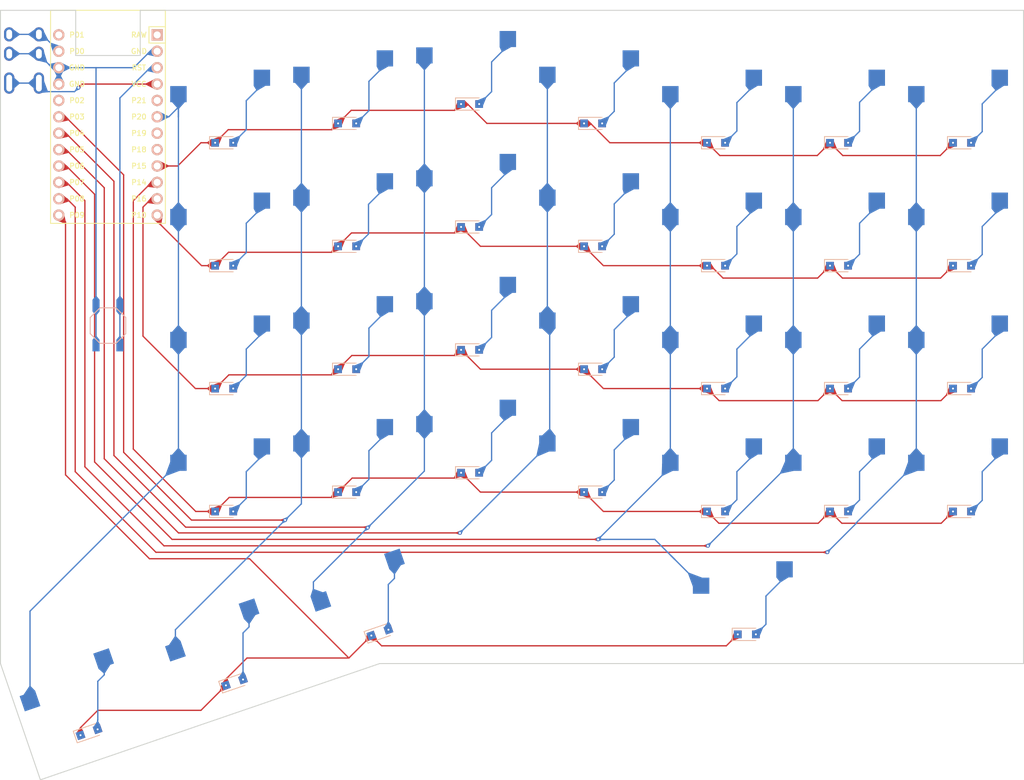
<source format=kicad_pcb>
(kicad_pcb (version 20240108) (generator "pcbnew") (generator_version "8.0")
  (title_block (title "right") (date "2025-06-02") (rev "v1.0.0") (company "Unknown"))
  (layers (0 "F.Cu" signal) (31 "B.Cu" signal) (34 "B.Paste" user) (35 "F.Paste" user) (36 "B.SilkS" user "B.Silkscreen") (37 "F.SilkS" user "F.Silkscreen") (38 "B.Mask" user) (39 "F.Mask" user) (44 "Edge.Cuts" user))
  (net 0 "")
  (net 1 "mirror_two_bottom")
  (net 2 "P14")
  (net 3 "mirror_two_home")
  (net 4 "P16")
  (net 5 "mirror_two_top")
  (net 6 "P10")
  (net 7 "mirror_two_number")
  (net 8 "P15")
  (net 9 "mirror_three_bottom")
  (net 10 "mirror_three_home")
  (net 11 "mirror_three_top")
  (net 12 "mirror_three_number")
  (net 13 "mirror_four_bottom")
  (net 14 "mirror_four_home")
  (net 15 "mirror_four_top")
  (net 16 "mirror_four_number")
  (net 17 "mirror_five_bottom")
  (net 18 "mirror_five_home")
  (net 19 "mirror_five_top")
  (net 20 "mirror_five_number")
  (net 21 "zero_meta")
  (net 22 "P9")
  (net 23 "zero_bottom")
  (net 24 "zero_home")
  (net 25 "zero_top")
  (net 26 "zero_number")
  (net 27 "dash_bottom")
  (net 28 "dash_home")
  (net 29 "dash_top")
  (net 30 "dash_number")
  (net 31 "equal_bottom")
  (net 32 "equal_home")
  (net 33 "equal_top")
  (net 34 "equal_number")
  (net 35 "mirror_three_meta")
  (net 36 "mirror_four_meta")
  (net 37 "mirror_five_meta")
  (net 38 "P5")
  (net 39 "P4")
  (net 40 "P3")
  (net 41 "P20")
  (net 42 "P6")
  (net 43 "P7")
  (net 44 "P8")
  (net 45 "RAW")
  (net 46 "GND")
  (net 47 "RST")
  (net 48 "VCC")
  (net 49 "P21")
  (net 50 "P19")
  (net 51 "P18")
  (net 52 "P1")
  (net 53 "P0")
  (net 54 "P2")
  (footprint "E73:SW_TACT_ALPS_SKQGABE010" (layer "F.Cu") (at 241.075 148.8625 90)
    (property "Reference" "B1" (hide yes))
    (property "Value" "" (hide yes))
  )
  (footprint "MX" (layer "F.Cu") (at 278.125 112.525)
    (property "Reference" "S12" (hide yes))
    (property "Value" "" (hide yes))
  )
  (footprint "Diode_SMD:Nexperia_CFP3_SOD-123W" (layer "F.Cu") (at 354.325 158.625)
    (property "Reference" "D23" (hide yes))
    (property "Value" "Nexperia_CFP3_SOD-123W" (hide yes))
  )
  (footprint "Diode_SMD:Nexperia_CFP3_SOD-123W" (layer "F.Cu") (at 335.275 120.525)
    (property "Reference" "D21" (hide yes))
    (property "Value" "Nexperia_CFP3_SOD-123W" (hide yes))
  )
  (footprint "Diode_SMD:Nexperia_CFP3_SOD-123W" (layer "F.Cu") (at 297.175 114.525)
    (property "Reference" "D8" (hide yes))
    (property "Value" "Nexperia_CFP3_SOD-123W" (hide yes))
  )
  (footprint "Diode_SMD:Nexperia_CFP3_SOD-123W" (layer "F.Cu") (at 335.275 177.675)
    (property "Reference" "D18" (hide yes))
    (property "Value" "Nexperia_CFP3_SOD-123W" (hide yes))
  )
  (footprint "MX" (layer "F.Cu") (at 278.125 131.575)
    (property "Reference" "S11" (hide yes))
    (property "Value" "" (hide yes))
  )
  (footprint "ceoloide:mounting_hole_npth" (layer "F.Cu") (at 267.925 144.1)
    (property "Reference" "MH1" (hide yes))
    (property "Value" "")
  )
  (footprint "MX" (layer "F.Cu") (at 259.075 153.625)
    (property "Reference" "S14" (hide yes))
    (property "Value" "" (hide yes))
  )
  (footprint "MX" (layer "F.Cu") (at 335.275 153.625)
    (property "Reference" "S19" (hide yes))
    (property "Value" "" (hide yes))
  )
  (footprint "Diode_SMD:Nexperia_CFP3_SOD-123W" (layer "F.Cu") (at 373.375 120.525)
    (property "Reference" "D29" (hide yes))
    (property "Value" "Nexperia_CFP3_SOD-123W" (hide yes))
  )
  (footprint "MX" (layer "F.Cu") (at 316.225 131.575)
    (property "Reference" "S3" (hide yes))
    (property "Value" "" (hide yes))
  )
  (footprint "Diode_SMD:Nexperia_CFP3_SOD-123W" (layer "F.Cu") (at 260.671361 204.177833 18.925)
    (property "Reference" "D31" (hide yes))
    (property "Value" "Nexperia_CFP3_SOD-123W" (hide yes))
  )
  (footprint "MX" (layer "F.Cu") (at 259.04971 199.448113 18.925)
    (property "Reference" "S31" (hide yes))
    (property "Value" "" (hide yes))
  )
  (footprint "Diode_SMD:Nexperia_CFP3_SOD-123W" (layer "F.Cu") (at 316.225 155.625)
    (property "Reference" "D2" (hide yes))
    (property "Value" "Nexperia_CFP3_SOD-123W" (hide yes))
  )
  (footprint "MX" (layer "F.Cu") (at 354.325 153.625)
    (property "Reference" "S23" (hide yes))
    (property "Value" "" (hide yes))
  )
  (footprint "Diode_SMD:Nexperia_CFP3_SOD-123W" (layer "F.Cu") (at 354.325 120.525)
    (property "Reference" "D25" (hide yes))
    (property "Value" "Nexperia_CFP3_SOD-123W" (hide yes))
  )
  (footprint "MX" (layer "F.Cu") (at 297.175 128.575)
    (property "Reference" "S7" (hide yes))
    (property "Value" "" (hide yes))
  )
  (footprint "Diode_SMD:Nexperia_CFP3_SOD-123W" (layer "F.Cu") (at 278.125 136.575)
    (property "Reference" "D11" (hide yes))
    (property "Value" "Nexperia_CFP3_SOD-123W" (hide yes))
  )
  (footprint "Diode_SMD:Nexperia_CFP3_SOD-123W" (layer "F.Cu") (at 259.075 139.575)
    (property "Reference" "D15" (hide yes))
    (property "Value" "Nexperia_CFP3_SOD-123W" (hide yes))
  )
  (footprint "Diode_SMD:Nexperia_CFP3_SOD-123W" (layer "F.Cu") (at 340.0375 196.725)
    (property "Reference" "D17" (hide yes))
    (property "Value" "Nexperia_CFP3_SOD-123W" (hide yes))
  )
  (footprint "Diode_SMD:Nexperia_CFP3_SOD-123W" (layer "F.Cu") (at 297.175 171.675)
    (property "Reference" "D5" (hide yes))
    (property "Value" "Nexperia_CFP3_SOD-123W" (hide yes))
  )
  (footprint "Diode_SMD:Nexperia_CFP3_SOD-123W" (layer "F.Cu") (at 278.125 117.525)
    (property "Reference" "D12" (hide yes))
    (property "Value" "Nexperia_CFP3_SOD-123W" (hide yes))
  )
  (footprint "MX" (layer "F.Cu") (at 354.325 172.675)
    (property "Reference" "S22" (hide yes))
    (property "Value" "" (hide yes))
  )
  (footprint "MX" (layer "F.Cu") (at 259.075 172.675)
    (property "Reference" "S13" (hide yes))
    (property "Value" "" (hide yes))
  )
  (footprint "Diode_SMD:Nexperia_CFP3_SOD-123W" (layer "F.Cu") (at 259.075 177.675)
    (property "Reference" "D13" (hide yes))
    (property "Value" "Nexperia_CFP3_SOD-123W" (hide yes))
  )
  (footprint "MX" (layer "F.Cu") (at 335.275 172.675)
    (property "Reference" "S18" (hide yes))
    (property "Value" "" (hide yes))
  )
  (footprint "Diode_SMD:Nexperia_CFP3_SOD-123W" (layer "F.Cu") (at 373.375 139.575)
    (property "Reference" "D28" (hide yes))
    (property "Value" "Nexperia_CFP3_SOD-123W" (hide yes))
  )
  (footprint "Diode_SMD:Nexperia_CFP3_SOD-123W" (layer "F.Cu") (at 373.375 158.625)
    (property "Reference" "D27" (hide yes))
    (property "Value" "Nexperia_CFP3_SOD-123W" (hide yes))
  )
  (footprint "Diode_SMD:Nexperia_CFP3_SOD-123W" (layer "F.Cu") (at 297.175 152.625)
    (property "Reference" "D6" (hide yes))
    (property "Value" "Nexperia_CFP3_SOD-123W" (hide yes))
  )
  (footprint "Diode_SMD:Nexperia_CFP3_SOD-123W" (layer "F.Cu") (at 316.225 117.525)
    (property "Reference" "D4" (hide yes))
    (property "Value" "Nexperia_CFP3_SOD-123W" (hide yes))
  )
  (footprint "MX" (layer "F.Cu") (at 373.375 153.625)
    (property "Reference" "S27" (hide yes))
    (property "Value" "" (hide yes))
  )
  (footprint "MX" (layer "F.Cu") (at 297.175 109.525)
    (property "Reference" "S8" (hide yes))
    (property "Value" "" (hide yes))
  )
  (footprint "Diode_SMD:Nexperia_CFP3_SOD-123W" (layer "F.Cu") (at 259.075 120.525)
    (property "Reference" "D16" (hide yes))
    (property "Value" "Nexperia_CFP3_SOD-123W" (hide yes))
  )
  (footprint "Diode_SMD:Nexperia_CFP3_SOD-123W" (layer "F.Cu") (at 354.325 139.575)
    (property "Reference" "D24" (hide yes))
    (property "Value" "Nexperia_CFP3_SOD-123W" (hide yes))
  )
  (footprint "MX" (layer "F.Cu") (at 340.0375 191.725)
    (property "Reference" "S17" (hide yes))
    (property "Value" "" (hide yes))
  )
  (footprint "MX" (layer "F.Cu") (at 373.375 115.525)
    (property "Reference" "S29" (hide yes))
    (property "Value" "" (hide yes))
  )
  (footprint "MX" (layer "F.Cu") (at 354.325 134.575)
    (property "Reference" "S24" (hide yes))
    (property "Value" "" (hide yes))
  )
  (footprint "MX" (layer "F.Cu") (at 297.175 147.625)
    (property "Reference" "S6" (hide yes))
    (property "Value" "" (hide yes))
  )
  (footprint "ProMicro" (layer "F.Cu") (at 241.075 117.775 -90)
    (property "Reference" "MCU1" (hide yes))
    (property "Value" "" (hide yes))
  )
  (footprint "MX" (layer "F.Cu") (at 316.225 169.675)
    (property "Reference" "S1" (hide yes))
    (property "Value" "" (hide yes))
  )
  (footprint "Diode_SMD:Nexperia_CFP3_SOD-123W" (layer "F.Cu") (at 316.225 136.575)
    (property "Reference" "D3" (hide yes))
    (property "Value" "Nexperia_CFP3_SOD-123W" (hide yes))
  )
  (footprint "MX" (layer "F.Cu") (at 259.075 134.575)
    (property "Reference" "S15" (hide yes))
    (property "Value" "" (hide yes))
  )
  (footprint "MX" (layer "F.Cu") (at 316.225 112.525)
    (property "Reference" "S4" (hide yes))
    (property "Value" "" (hide yes))
  )
  (footprint "ceoloide:mounting_hole_npth" (layer "F.Cu") (at 307.325 160.15)
    (property "Reference" "MH2" (hide yes))
    (property "Value" "")
  )
  (footprint "Diode_SMD:Nexperia_CFP3_SOD-123W" (layer "F.Cu") (at 283.196651 196.45472 18.925)
    (property "Reference" "D30" (hide yes))
    (property "Value" "Nexperia_CFP3_SOD-123W" (hide yes))
  )
  (footprint "Diode_SMD:Nexperia_CFP3_SOD-123W" (layer "F.Cu") (at 238.146071 211.900945 18.925)
    (property "Reference" "D32" (hide yes))
    (property "Value" "Nexperia_CFP3_SOD-123W" (hide yes))
  )
  (footprint "Diode_SMD:Nexperia_CFP3_SOD-123W" (layer "F.Cu") (at 278.125 155.625)
    (property "Reference" "D10" (hide yes))
    (property "Value" "Nexperia_CFP3_SOD-123W" (hide yes))
  )
  (footprint "MX" (layer "F.Cu") (at 278.125 150.625)
    (property "Reference" "S10" (hide yes))
    (property "Value" "" (hide yes))
  )
  (footprint "MX" (layer "F.Cu") (at 354.325 115.525)
    (property "Reference" "S25" (hide yes))
    (property "Value" "" (hide yes))
  )
  (footprint "Diode_SMD:Nexperia_CFP3_SOD-123W" (layer "F.Cu") (at 373.375 177.675)
    (property "Reference" "D26" (hide yes))
    (property "Value" "Nexperia_CFP3_SOD-123W" (hide yes))
  )
  (footprint "MX" (layer "F.Cu") (at 259.075 115.525)
    (property "Reference" "S16" (hide yes))
    (property "Value" "" (hide yes))
  )
  (footprint "MX" (layer "F.Cu") (at 316.225 150.625)
    (property "Reference" "S2" (hide yes))
    (property "Value" "" (hide yes))
  )
  (footprint "MX" (layer "F.Cu") (at 373.375 134.575)
    (property "Reference" "S28" (hide yes))
    (property "Value" "" (hide yes))
  )
  (footprint "MX" (layer "F.Cu") (at 281.575 191.725 18.925)
    (property "Reference" "S30" (hide yes))
    (property "Value" "" (hide yes))
  )
  (footprint "Diode_SMD:Nexperia_CFP3_SOD-123W" (layer "F.Cu") (at 354.325 177.675)
    (property "Reference" "D22" (hide yes))
    (property "Value" "Nexperia_CFP3_SOD-123W" (hide yes))
  )
  (footprint "Diode_SMD:Nexperia_CFP3_SOD-123W" (layer "F.Cu") (at 259.075 158.625)
    (property "Reference" "D14" (hide yes))
    (property "Value" "Nexperia_CFP3_SOD-123W" (hide yes))
  )
  (footprint "Diode_SMD:Nexperia_CFP3_SOD-123W" (layer "F.Cu") (at 335.275 158.625)
    (property "Reference" "D19" (hide yes))
    (property "Value" "Nexperia_CFP3_SOD-123W" (hide yes))
  )
  (footprint "MX" (layer "F.Cu") (at 236.52442 207.171226 18.925)
    (property "Reference" "S32" (hide yes))
    (property "Value" "" (hide yes))
  )
  (footprint "Diode_SMD:Nexperia_CFP3_SOD-123W" (layer "F.Cu") (at 297.175 133.575)
    (property "Reference" "D7" (hide yes))
    (property "Value" "Nexperia_CFP3_SOD-123W" (hide yes))
  )
  (footprint "MX" (layer "F.Cu") (at 335.275 115.525)
    (property "Reference" "S21" (hide yes))
    (property "Value" "" (hide yes))
  )
  (footprint "MX" (layer "F.Cu") (at 278.125 169.675)
    (property "Reference" "S9" (hide yes))
    (property "Value" "" (hide yes))
  )
  (footprint "Diode_SMD:Nexperia_CFP3_SOD-123W" (layer "F.Cu") (at 335.275 139.575)
    (property "Reference" "D20" (hide yes))
    (property "Value" "Nexperia_CFP3_SOD-123W" (hide yes))
  )
  (footprint "ceoloide:mounting_hole_npth" (layer "F.Cu") (at 344.775 144.1)
    (property "Reference" "MH3" (hide yes))
    (property "Value" "")
  )
  (footprint "Diode_SMD:Nexperia_CFP3_SOD-123W" (layer "F.Cu") (at 278.125 174.675)
    (property "Reference" "D9" (hide yes))
    (property "Value" "Nexperia_CFP3_SOD-123W" (hide yes))
  )
  (footprint "Diode_SMD:Nexperia_CFP3_SOD-123W" (layer "F.Cu") (at 316.225 174.675)
    (property "Reference" "D1" (hide yes))
    (property "Value" "Nexperia_CFP3_SOD-123W" (hide yes))
  )
  (footprint "MX" (layer "F.Cu") (at 335.275 134.575)
    (property "Reference" "S20" (hide yes))
    (property "Value" "" (hide yes))
  )
  (footprint "MX" (layer "F.Cu") (at 297.175 166.675)
    (property "Reference" "S5" (hide yes))
    (property "Value" "" (hide yes))
  )
  (footprint "MX" (layer "F.Cu") (at 373.375 172.675)
    (property "Reference" "S26" (hide yes))
    (property "Value" "" (hide yes))
  )
  (footprint "ceoloide:trrs_pj320a (reversible, symmetric)" (layer "B.Cu") (at 228.075 100.525)
    (property "Reference" "TRRS1" (hide yes))
    (property "Value" "")
  )
  (gr_line (start 224.425059 201.250355) (end 230.603549 219.270587) (stroke (width 0.15)) (layer "Edge.Cuts"))
  (gr_line (start 224.425 100) (end 236.075 100) (stroke (width 0.15)) (layer "Edge.Cuts"))
  (gr_line (start 246.075 100) (end 382.9 100) (stroke (width 0.15)) (layer "Edge.Cuts"))
  (gr_line (start 230.603549 219.270587) (end 248.623781 213.092097) (stroke (width 0.15)) (layer "Edge.Cuts"))
  (gr_line (start 224.426094 201.25) (end 224.425 201.25) (stroke (width 0.15)) (layer "Edge.Cuts"))
  (gr_line (start 236.075 100) (end 236.075 107) (stroke (width 0.15)) (layer "Edge.Cuts"))
  (gr_line (start 224.425059 201.250355) (end 224.426094 201.25) (stroke (width 0.15)) (layer "Edge.Cuts"))
  (gr_line (start 246.075 107) (end 246.075 100) (stroke (width 0.15)) (layer "Edge.Cuts"))
  (gr_line (start 224.425 201.25) (end 224.425 100) (stroke (width 0.15)) (layer "Edge.Cuts"))
  (gr_line (start 248.623781 213.092096) (end 283.162531 201.25) (stroke (width 0.15)) (layer "Edge.Cuts"))
  (gr_line (start 283.162531 201.25) (end 382.9 201.25) (stroke (width 0.15)) (layer "Edge.Cuts"))
  (gr_line (start 236.075 107) (end 246.075 107) (stroke (width 0.15)) (layer "Edge.Cuts"))
  (gr_line (start 382.9 201.25) (end 382.9 100) (stroke (width 0.15)) (layer "Edge.Cuts"))
  (segment (start 322.067 165.558) (end 319.5 168.125) (width 0.2) (layer "B.Cu") (net 1))
  (segment (start 319.5 172.8) (end 317.625 174.675) (width 0.2) (layer "B.Cu") (net 1))
  (segment (start 319.5 168.125) (end 319.5 172.8) (width 0.2) (layer "B.Cu") (net 1))
  (segment (start 317.825 177.675) (end 333.875 177.675) (width 0.2) (layer "F.Cu") (net 2))
  (segment (start 245 129.5) (end 247.835 126.665) (width 0.2) (layer "F.Cu") (net 2))
  (segment (start 370.15 179.5) (end 371.975 177.675) (width 0.2) (layer "F.Cu") (net 2))
  (segment (start 276.725 174.675) (end 278.9 172.5) (width 0.2) (layer "F.Cu") (net 2))
  (segment (start 247.835 126.665) (end 248.695 126.665) (width 0.2) (layer "F.Cu") (net 2))
  (segment (start 298.775 174.675) (end 314.825 174.675) (width 0.2) (layer "F.Cu") (net 2))
  (segment (start 352.925 177.675) (end 354.75 179.5) (width 0.2) (layer "F.Cu") (net 2))
  (segment (start 351.1 179.5) (end 352.925 177.675) (width 0.2) (layer "F.Cu") (net 2))
  (segment (start 259.85 175.5) (end 275.9 175.5) (width 0.2) (layer "F.Cu") (net 2))
  (segment (start 257.675 177.675) (end 259.85 175.5) (width 0.2) (layer "F.Cu") (net 2))
  (segment (start 294.95 172.5) (end 295.775 171.675) (width 0.2) (layer "F.Cu") (net 2))
  (segment (start 278.9 172.5) (end 294.95 172.5) (width 0.2) (layer "F.Cu") (net 2))
  (segment (start 295.775 171.675) (end 298.775 174.675) (width 0.2) (layer "F.Cu") (net 2))
  (segment (start 245 168) (end 245 129.5) (width 0.2) (layer "F.Cu") (net 2))
  (segment (start 275.9 175.5) (end 276.725 174.675) (width 0.2) (layer "F.Cu") (net 2))
  (segment (start 257.675 177.675) (end 254.675 177.675) (width 0.2) (layer "F.Cu") (net 2))
  (segment (start 335.7 179.5) (end 351.1 179.5) (width 0.2) (layer "F.Cu") (net 2))
  (segment (start 314.825 174.675) (end 317.825 177.675) (width 0.2) (layer "F.Cu") (net 2))
  (segment (start 254.675 177.675) (end 245 168) (width 0.2) (layer "F.Cu") (net 2))
  (segment (start 354.75 179.5) (end 370.15 179.5) (width 0.2) (layer "F.Cu") (net 2))
  (segment (start 333.875 177.675) (end 335.7 179.5) (width 0.2) (layer "F.Cu") (net 2))
  (segment (start 322.067 145.545) (end 322.067 146.933) (width 0.2) (layer "B.Cu") (net 3))
  (segment (start 319.5 153.75) (end 317.625 155.625) (width 0.2) (layer "B.Cu") (net 3))
  (segment (start 319.5 149.5) (end 319.5 153.75) (width 0.2) (layer "B.Cu") (net 3))
  (segment (start 322.067 146.933) (end 319.5 149.5) (width 0.2) (layer "B.Cu") (net 3))
  (segment (start 278.85 153.5) (end 276.725 155.625) (width 0.2) (layer "F.Cu") (net 4))
  (segment (start 254.625 158.625) (end 246.5 150.5) (width 0.2) (layer "F.Cu") (net 4))
  (segment (start 246.5 150.5) (end 246.5 130.5) (width 0.2) (layer "F.Cu") (net 4))
  (segment (start 354.8 160.5) (end 352.925 158.625) (width 0.2) (layer "F.Cu") (net 4))
  (segment (start 352.925 158.625) (end 351.05 160.5) (width 0.2) (layer "F.Cu") (net 4))
  (segment (start 333.875 158.625) (end 317.825 158.625) (width 0.2) (layer "F.Cu") (net 4))
  (segment (start 276.725 155.625) (end 275.85 156.5) (width 0.2) (layer "F.Cu") (net 4))
  (segment (start 317.825 158.625) (end 314.825 155.625) (width 0.2) (layer "F.Cu") (net 4))
  (segment (start 275.85 156.5) (end 259.8 156.5) (width 0.2) (layer "F.Cu") (net 4))
  (segment (start 370.1 160.5) (end 354.8 160.5) (width 0.2) (layer "F.Cu") (net 4))
  (segment (start 335.75 160.5) (end 333.875 158.625) (width 0.2) (layer "F.Cu") (net 4))
  (segment (start 247.795 129.205) (end 248.695 129.205) (width 0.2) (layer "F.Cu") (net 4))
  (segment (start 257.675 158.625) (end 254.625 158.625) (width 0.2) (layer "F.Cu") (net 4))
  (segment (start 294.9 153.5) (end 278.85 153.5) (width 0.2) (layer "F.Cu") (net 4))
  (segment (start 314.825 155.625) (end 298.775 155.625) (width 0.2) (layer "F.Cu") (net 4))
  (segment (start 259.8 156.5) (end 257.675 158.625) (width 0.2) (layer "F.Cu") (net 4))
  (segment (start 351.05 160.5) (end 335.75 160.5) (width 0.2) (layer "F.Cu") (net 4))
  (segment (start 295.775 152.625) (end 294.9 153.5) (width 0.2) (layer "F.Cu") (net 4))
  (segment (start 246.5 130.5) (end 247.795 129.205) (width 0.2) (layer "F.Cu") (net 4))
  (segment (start 371.975 158.625) (end 370.1 160.5) (width 0.2) (layer "F.Cu") (net 4))
  (segment (start 298.775 155.625) (end 295.775 152.625) (width 0.2) (layer "F.Cu") (net 4))
  (segment (start 319.5 130) (end 319.5 134.7) (width 0.2) (layer "B.Cu") (net 5))
  (segment (start 319.5 134.7) (end 317.625 136.575) (width 0.2) (layer "B.Cu") (net 5))
  (segment (start 322.067 127.433) (end 319.5 130) (width 0.2) (layer "B.Cu") (net 5))
  (segment (start 298.775 136.575) (end 314.825 136.575) (width 0.2) (layer "F.Cu") (net 6))
  (segment (start 370.05 141.5) (end 371.975 139.575) (width 0.2) (layer "F.Cu") (net 6))
  (segment (start 275.8 137.5) (end 276.725 136.575) (width 0.2) (layer "F.Cu") (net 6))
  (segment (start 248.695 132.695) (end 248.695 131.745) (width 0.2) (layer "F.Cu") (net 6))
  (segment (start 314.825 136.575) (end 317.825 139.575) (width 0.2) (layer "F.Cu") (net 6))
  (segment (start 354.85 141.5) (end 370.05 141.5) (width 0.2) (layer "F.Cu") (net 6))
  (segment (start 334.425 139.575) (end 336.35 141.5) (width 0.2) (layer "F.Cu") (net 6))
  (segment (start 294.85 134.5) (end 295.775 133.575) (width 0.2) (layer "F.Cu") (net 6))
  (segment (start 255.575 139.575) (end 248.695 132.695) (width 0.2) (layer "F.Cu") (net 6))
  (segment (start 276.725 136.575) (end 278.8 134.5) (width 0.2) (layer "F.Cu") (net 6))
  (segment (start 278.8 134.5) (end 294.85 134.5) (width 0.2) (layer "F.Cu") (net 6))
  (segment (start 259.75 137.5) (end 275.8 137.5) (width 0.2) (layer "F.Cu") (net 6))
  (segment (start 351 141.5) (end 352.925 139.575) (width 0.2) (layer "F.Cu") (net 6))
  (segment (start 257.675 139.575) (end 259.75 137.5) (width 0.2) (layer "F.Cu") (net 6))
  (segment (start 336.35 141.5) (end 351 141.5) (width 0.2) (layer "F.Cu") (net 6))
  (segment (start 295.775 133.575) (end 298.775 136.575) (width 0.2) (layer "F.Cu") (net 6))
  (segment (start 257.675 139.575) (end 255.575 139.575) (width 0.2) (layer "F.Cu") (net 6))
  (segment (start 317.825 139.575) (end 333.875 139.575) (width 0.2) (layer "F.Cu") (net 6))
  (segment (start 333.875 139.575) (end 334.425 139.575) (width 0.2) (layer "F.Cu") (net 6))
  (segment (start 352.925 139.575) (end 354.85 141.5) (width 0.2) (layer "F.Cu") (net 6))
  (segment (start 317.625 117.525) (end 319.5 115.65) (width 0.2) (layer "B.Cu") (net 7))
  (segment (start 322.067 108.683) (end 322.067 107.445) (width 0.2) (layer "B.Cu") (net 7))
  (segment (start 319.5 115.65) (end 319.5 111.25) (width 0.2) (layer "B.Cu") (net 7))
  (segment (start 319.5 111.25) (end 322.067 108.683) (width 0.2) (layer "B.Cu") (net 7))
  (segment (start 255.475 120.525) (end 251.875 124.125) (width 0.2) (layer "F.Cu") (net 8))
  (segment (start 259.7 118.5) (end 257.675 120.525) (width 0.2) (layer "F.Cu") (net 8))
  (segment (start 354.9 122.5) (end 352.925 120.525) (width 0.2) (layer "F.Cu") (net 8))
  (segment (start 333.875 120.525) (end 318.825 120.525) (width 0.2) (layer "F.Cu") (net 8))
  (segment (start 257.675 120.525) (end 255.475 120.525) (width 0.2) (layer "F.Cu") (net 8))
  (segment (start 350.95 122.5) (end 335.85 122.5) (width 0.2) (layer "F.Cu") (net 8))
  (segment (start 318.825 120.525) (end 315.825 117.525) (width 0.2) (layer "F.Cu") (net 8))
  (segment (start 299.775 117.525) (end 296.775 114.525) (width 0.2) (layer "F.Cu") (net 8))
  (segment (start 278.75 115.5) (end 276.725 117.525) (width 0.2) (layer "F.Cu") (net 8))
  (segment (start 370 122.5) (end 354.9 122.5) (width 0.2) (layer "F.Cu") (net 8))
  (segment (start 294.8 115.5) (end 278.75 115.5) (width 0.2) (layer "F.Cu") (net 8))
  (segment (start 315.825 117.525) (end 314.825 117.525) (width 0.2) (layer "F.Cu") (net 8))
  (segment (start 335.85 122.5) (end 333.875 120.525) (width 0.2) (layer "F.Cu") (net 8))
  (segment (start 352.925 120.525) (end 350.95 122.5) (width 0.2) (layer "F.Cu") (net 8))
  (segment (start 251.875 124.125) (end 248.695 124.125) (width 0.2) (layer "F.Cu") (net 8))
  (segment (start 296.775 114.525) (end 295.775 114.525) (width 0.2) (layer "F.Cu") (net 8))
  (segment (start 371.975 120.525) (end 370 122.5) (width 0.2) (layer "F.Cu") (net 8))
  (segment (start 276.3811 117.8689) (end 275.75 118.5) (width 0.2) (layer "F.Cu") (net 8))
  (segment (start 295.775 114.525) (end 294.8 115.5) (width 0.2) (layer "F.Cu") (net 8))
  (segment (start 275.75 118.5) (end 259.7 118.5) (width 0.2) (layer "F.Cu") (net 8))
  (segment (start 314.825 117.525) (end 299.775 117.525) (width 0.2) (layer "F.Cu") (net 8))
  (segment (start 300.5 169.75) (end 300.5 165.5) (width 0.2) (layer "B.Cu") (net 9))
  (segment (start 303.017 162.983) (end 303.017 161.595) (width 0.2) (layer "B.Cu") (net 9))
  (segment (start 298.575 171.675) (end 300.5 169.75) (width 0.2) (layer "B.Cu") (net 9))
  (segment (start 300.5 165.5) (end 303.017 162.983) (width 0.2) (layer "B.Cu") (net 9))
  (segment (start 298.575 152.625) (end 300.5 150.7) (width 0.2) (layer "B.Cu") (net 10))
  (segment (start 300.5 146.5) (end 303.017 143.983) (width 0.2) (layer "B.Cu") (net 10))
  (segment (start 300.5 150.7) (end 300.5 146.5) (width 0.2) (layer "B.Cu") (net 10))
  (segment (start 303.017 143.983) (end 303.017 142.545) (width 0.2) (layer "B.Cu") (net 10))
  (segment (start 303.017 124.983) (end 303.017 123.495) (width 0.2) (layer "B.Cu") (net 11))
  (segment (start 300.5 127.5) (end 303.017 124.983) (width 0.2) (layer "B.Cu") (net 11))
  (segment (start 298.575 133.575) (end 300.5 131.65) (width 0.2) (layer "B.Cu") (net 11))
  (segment (start 300.5 131.65) (end 300.5 127.5) (width 0.2) (layer "B.Cu") (net 11))
  (segment (start 300.5 112.6) (end 300.5 108) (width 0.2) (layer "B.Cu") (net 12))
  (segment (start 300.5 108) (end 303.017 105.483) (width 0.2) (layer "B.Cu") (net 12))
  (segment (start 298.575 114.525) (end 300.5 112.6) (width 0.2) (layer "B.Cu") (net 12))
  (segment (start 283.967 165.783) (end 283.967 164.595) (width 0.2) (layer "B.Cu") (net 13))
  (segment (start 281.5 172.7) (end 281.5 168.25) (width 0.2) (layer "B.Cu") (net 13))
  (segment (start 281.5 168.25) (end 283.967 165.783) (width 0.2) (layer "B.Cu") (net 13))
  (segment (start 279.525 174.675) (end 281.5 172.7) (width 0.2) (layer "B.Cu") (net 13))
  (segment (start 281.5 149.25) (end 283.967 146.783) (width 0.2) (layer "B.Cu") (net 14))
  (segment (start 283.967 146.783) (end 283.967 145.545) (width 0.2) (layer "B.Cu") (net 14))
  (segment (start 279.525 155.625) (end 281.5 153.65) (width 0.2) (layer "B.Cu") (net 14))
  (segment (start 281.5 153.65) (end 281.5 149.25) (width 0.2) (layer "B.Cu") (net 14))
  (segment (start 281.431295 134.668705) (end 281.431295 130.068705) (width 0.2) (layer "B.Cu") (net 15))
  (segment (start 279.525 136.575) (end 281.431295 134.668705) (width 0.2) (layer "B.Cu") (net 15))
  (segment (start 281.431295 130.068705) (end 283.967 127.533) (width 0.2) (layer "B.Cu") (net 15))
  (segment (start 279.525 117.525) (end 281.5 115.55) (width 0.2) (layer "B.Cu") (net 16))
  (segment (start 281.5 115.55) (end 281.5 111) (width 0.2) (layer "B.Cu") (net 16))
  (segment (start 281.5 111) (end 283.967 108.533) (width 0.2) (layer "B.Cu") (net 16))
  (segment (start 262.5 175.65) (end 262.5 171.5) (width 0.2) (layer "B.Cu") (net 17))
  (segment (start 260.475 177.675) (end 262.5 175.65) (width 0.2) (layer "B.Cu") (net 17))
  (segment (start 264.917 169.083) (end 264.917 167.595) (width 0.2) (layer "B.Cu") (net 17))
  (segment (start 262.5 171.5) (end 264.917 169.083) (width 0.2) (layer "B.Cu") (net 17))
  (segment (start 260.475 158.625) (end 262.5 156.6) (width 0.2) (layer "B.Cu") (net 18))
  (segment (start 262.5 156.6) (end 262.5 152.5) (width 0.2) (layer "B.Cu") (net 18))
  (segment (start 262.5 152.5) (end 264.917 150.083) (width 0.2) (layer "B.Cu") (net 18))
  (segment (start 264.917 150.083) (end 264.917 148.545) (width 0.2) (layer "B.Cu") (net 18))
  (segment (start 262.5 137.55) (end 262.5 133) (width 0.2) (layer "B.Cu") (net 19))
  (segment (start 260.475 139.575) (end 262.5 137.55) (width 0.2) (layer "B.Cu") (net 19))
  (segment (start 262.5 133) (end 264.917 130.583) (width 0.2) (layer "B.Cu") (net 19))
  (segment (start 262.5 114) (end 264.917 111.583) (width 0.2) (layer "B.Cu") (net 20))
  (segment (start 262.5 118.5) (end 262.5 114) (width 0.2) (layer "B.Cu") (net 20))
  (segment (start 260.475 120.525) (end 262.5 118.5) (width 0.2) (layer "B.Cu") (net 20))
  (segment (start 345.8795 187.906543) (end 345.8795 186.645) (width 0.2) (layer "B.Cu") (net 21))
  (segment (start 341.4375 196.725) (end 343 195.1625) (width 0.2) (layer "B.Cu") (net 21))
  (segment (start 343 195.1625) (end 343 190.786043) (width 0.2) (layer "B.Cu") (net 21))
  (segment (start 343 190.786043) (end 345.8795 187.906543) (width 0.2) (layer "B.Cu") (net 21))
  (segment (start 263 185) (end 247.5 185) (width 0.2) (layer "F.Cu") (net 22))
  (segment (start 234.5 132.79) (end 233.455 131.745) (width 0.2) (layer "F.Cu") (net 22))
  (segment (start 236.821749 212.355007) (end 236.821749 211.178251) (width 0.2) (layer "F.Cu") (net 22))
  (segment (start 278.390555 200.390555) (end 263 185) (width 0.2) (layer "F.Cu") (net 22))
  (segment (start 281.872329 196.908782) (end 278.390555 200.390555) (width 0.2) (layer "F.Cu") (net 22))
  (segment (start 236.821749 211.178251) (end 239.5 208.5) (width 0.2) (layer "F.Cu") (net 22))
  (segment (start 239.5 208.5) (end 255.478934 208.5) (width 0.2) (layer "F.Cu") (net 22))
  (segment (start 278.390555 200.390555) (end 262.609445 200.390555) (width 0.2) (layer "F.Cu") (net 22))
  (segment (start 247.5 185) (end 234.5 172) (width 0.2) (layer "F.Cu") (net 22))
  (segment (start 255.478934 208.5) (end 259.347039 204.631895) (width 0.2) (layer "F.Cu") (net 22))
  (segment (start 336.8625 198.5) (end 338.6375 196.725) (width 0.2) (layer "F.Cu") (net 22))
  (segment (start 234.5 172) (end 234.5 132.79) (width 0.2) (layer "F.Cu") (net 22))
  (segment (start 259.347039 203.652961) (end 259.347039 204.631895) (width 0.2) (layer "F.Cu") (net 22))
  (segment (start 283.463547 198.5) (end 336.8625 198.5) (width 0.2) (layer "F.Cu") (net 22))
  (segment (start 262.609445 200.390555) (end 259.347039 203.652961) (width 0.2) (layer "F.Cu") (net 22))
  (segment (start 281.872329 196.908782) (end 283.463547 198.5) (width 0.2) (layer "F.Cu") (net 22))
  (segment (start 341.117 168.883) (end 341.117 167.595) (width 0.2) (layer "B.Cu") (net 23))
  (segment (start 336.675 177.675) (end 338.5 175.85) (width 0.2) (layer "B.Cu") (net 23))
  (segment (start 338.5 171.5) (end 341.117 168.883) (width 0.2) (layer "B.Cu") (net 23))
  (segment (start 338.5 175.85) (end 338.5 171.5) (width 0.2) (layer "B.Cu") (net 23))
  (segment (start 338.5 156.8) (end 338.5 152.5) (width 0.2) (layer "B.Cu") (net 24))
  (segment (start 336.675 158.625) (end 338.5 156.8) (width 0.2) (layer "B.Cu") (net 24))
  (segment (start 338.5 152.5) (end 341.117 149.883) (width 0.2) (layer "B.Cu") (net 24))
  (segment (start 341.117 149.883) (end 341.117 148.545) (width 0.2) (layer "B.Cu") (net 24))
  (segment (start 338.5 133.5) (end 341.117 130.883) (width 0.2) (layer "B.Cu") (net 25))
  (segment (start 341.117 130.883) (end 341.117 129.495) (width 0.2) (layer "B.Cu") (net 25))
  (segment (start 338.5 137.75) (end 338.5 133.5) (width 0.2) (layer "B.Cu") (net 25))
  (segment (start 336.675 139.575) (end 338.5 137.75) (width 0.2) (layer "B.Cu") (net 25))
  (segment (start 338.5 114.295418) (end 341.117 111.678418) (width 0.2) (layer "B.Cu") (net 26))
  (segment (start 341.117 111.678418) (end 341.117 110.445) (width 0.2) (layer "B.Cu") (net 26))
  (segment (start 336.675 120.525) (end 338.5 118.7) (width 0.2) (layer "B.Cu") (net 26))
  (segment (start 338.5 118.7) (end 338.5 114.295418) (width 0.2) (layer "B.Cu") (net 26))
  (segment (start 355.725 177.675) (end 357.5 175.9) (width 0.2) (layer "B.Cu") (net 27))
  (segment (start 357.5 175.9) (end 357.5 171.5) (width 0.2) (layer "B.Cu") (net 27))
  (segment (start 360.167 168.833) (end 360.167 168.333) (width 0.2) (layer "B.Cu") (net 27))
  (segment (start 357.5 171.5) (end 360.167 168.833) (width 0.2) (layer "B.Cu") (net 27))
  (segment (start 360.167 149.333) (end 360.167 149.833) (width 0.2) (layer "B.Cu") (net 28))
  (segment (start 357.5 152.5) (end 357.5 156.85) (width 0.2) (layer "B.Cu") (net 28))
  (segment (start 360.167 149.833) (end 357.5 152.5) (width 0.2) (layer "B.Cu") (net 28))
  (segment (start 357.5 156.85) (end 355.725 158.625) (width 0.2) (layer "B.Cu") (net 28))
  (segment (start 357.5 133) (end 360.167 130.333) (width 0.2) (layer "B.Cu") (net 29))
  (segment (start 357.5 137.8) (end 357.5 133) (width 0.2) (layer "B.Cu") (net 29))
  (segment (start 355.725 139.575) (end 357.5 137.8) (width 0.2) (layer "B.Cu") (net 29))
  (segment (start 360.167 111.583) (end 357.5 114.25) (width 0.2) (layer "B.Cu") (net 30))
  (segment (start 357.5 114.25) (end 357.5 118.75) (width 0.2) (layer "B.Cu") (net 30))
  (segment (start 357.5 118.75) (end 355.725 120.525) (width 0.2) (layer "B.Cu") (net 30))
  (segment (start 376.5 171.5) (end 379.217 168.783) (width 0.2) (layer "B.Cu") (net 31))
  (segment (start 376.5 175.95) (end 376.5 171.5) (width 0.2) (layer "B.Cu") (net 31))
  (segment (start 379.217 168.783) (end 379.217 167.595) (width 0.2) (layer "B.Cu") (net 31))
  (segment (start 374.775 177.675) (end 376.5 175.95) (width 0.2) (layer "B.Cu") (net 31))
  (segment (start 374.775 158.625) (end 376.5 156.9) (width 0.2) (layer "B.Cu") (net 32))
  (segment (start 379.217 149.783) (end 379.217 148.545) (width 0.2) (layer "B.Cu") (net 32))
  (segment (start 376.5 156.9) (end 376.5 152.5) (width 0.2) (layer "B.Cu") (net 32))
  (segment (start 376.5 152.5) (end 379.217 149.783) (width 0.2) (layer "B.Cu") (net 32))
  (segment (start 374.775 139.575) (end 376.5 137.85) (width 0.2) (layer "B.Cu") (net 33))
  (segment (start 376.5 133.5) (end 379.217 130.783) (width 0.2) (layer "B.Cu") (net 33))
  (segment (start 376.5 137.85) (end 376.5 133.5) (width 0.2) (layer "B.Cu") (net 33))
  (segment (start 379.217 130.783) (end 379.217 129.495) (width 0.2) (layer "B.Cu") (net 33))
  (segment (start 379.217 111.783) (end 379.217 110.445) (width 0.2) (layer "B.Cu") (net 34))
  (segment (start 376.5 118.8) (end 376.5 114.5) (width 0.2) (layer "B.Cu") (net 34))
  (segment (start 374.775 120.525) (end 376.5 118.8) (width 0.2) (layer "B.Cu") (net 34))
  (segment (start 376.5 114.5) (end 379.217 111.783) (width 0.2) (layer "B.Cu") (net 34))
  (segment (start 285.453607 188.046393) (end 285.453607 185.024868) (width 0.2) (layer "B.Cu") (net 35))
  (segment (start 284.5 195.979685) (end 284.5 189) (width 0.2) (layer "B.Cu") (net 35))
  (segment (start 284.5 189) (end 285.453607 188.046393) (width 0.2) (layer "B.Cu") (net 35))
  (segment (start 262.928317 195.571683) (end 262.928317 192.747981) (width 0.2) (layer "B.Cu") (net 36))
  (segment (start 261.995683 203.723771) (end 261.995683 196.504317) (width 0.2) (layer "B.Cu") (net 36))
  (segment (start 261.995683 196.504317) (end 262.928317 195.571683) (width 0.2) (layer "B.Cu") (net 36))
  (segment (start 239.5 204) (end 240.5 203) (width 0.2) (layer "B.Cu") (net 37))
  (segment (start 239.5 210) (end 239.5 204) (width 0.2) (layer "B.Cu") (net 37))
  (segment (start 239.470393 211.446883) (end 239.470393 210.029607) (width 0.2) (layer "B.Cu") (net 37))
  (segment (start 240.5 203) (end 240.5 200.568067) (width 0.2) (layer "B.Cu") (net 37))
  (segment (start 239.470393 210.029607) (end 239.5 210) (width 0.2) (layer "B.Cu") (net 37))
  (segment (start 295.6 181) (end 252 181) (width 0.2) (layer "F.Cu") (net 38))
  (segment (start 252 181) (end 240.5 169.5) (width 0.2) (layer "F.Cu") (net 38))
  (segment (start 234.585 121.585) (end 233.455 121.585) (width 0.2) (layer "F.Cu") (net 38))
  (segment (start 240.5 169.5) (end 240.5 127.5) (width 0.2) (layer "F.Cu") (net 38))
  (segment (start 240.5 127.5) (end 234.585 121.585) (width 0.2) (layer "F.Cu") (net 38))
  (via (at 295.6 181) (size 0.6) (drill 0.3) (layers "F.Cu" "B.Cu") (net 38))
  (segment (start 309.14 148.085) (end 309.14 129.035) (width 0.2) (layer "B.Cu") (net 38))
  (segment (start 309.5 167.5) (end 309.5 148.445) (width 0.2) (layer "B.Cu") (net 38))
  (segment (start 295.6 181) (end 309.14 167.46) (width 0.2) (layer "B.Cu") (net 38))
  (segment (start 309.14 129.035) (end 309.14 109.985) (width 0.2) (layer "B.Cu") (net 38))
  (segment (start 234.545 119.045) (end 242 126.5) (width 0.2) (layer "F.Cu") (net 39))
  (segment (start 242 126.5) (end 242 169) (width 0.2) (layer "F.Cu") (net 39))
  (segment (start 242 169) (end 253.111441 180.111441) (width 0.2) (layer "F.Cu") (net 39))
  (segment (start 253.111441 180.111441) (end 281.211441 180.111441) (width 0.2) (layer "F.Cu") (net 39))
  (segment (start 281.211441 180.111441) (end 281.3 180.2) (width 0.2) (layer "F.Cu") (net 39))
  (segment (start 233.455 119.045) (end 234.545 119.045) (width 0.2) (layer "F.Cu") (net 39))
  (via (at 281.3 180.2) (size 0.6) (drill 0.3) (layers "F.Cu" "B.Cu") (net 39))
  (segment (start 290.09 145.085) (end 290.09 126.035) (width 0.2) (layer "B.Cu") (net 39))
  (segment (start 290.09 171.41) (end 290.09 164.135) (width 0.2) (layer "B.Cu") (net 39))
  (segment (start 290.09 164.135) (end 290.09 145.085) (width 0.2) (layer "B.Cu") (net 39))
  (segment (start 272.9 188.6) (end 272.9 190.470993) (width 0.2) (layer "B.Cu") (net 39))
  (segment (start 281.3 180.2) (end 272.9 188.6) (width 0.2) (layer "B.Cu") (net 39))
  (segment (start 281.3 180.2) (end 290.09 171.41) (width 0.2) (layer "B.Cu") (net 39))
  (segment (start 272.9 190.470993) (end 274.049189 191.620182) (width 0.2) (layer "B.Cu") (net 39))
  (segment (start 290.09 106.985) (end 290.09 126.035) (width 0.2) (layer "B.Cu") (net 39))
  (segment (start 254.011441 179.011441) (end 243.5 168.5) (width 0.2) (layer "F.Cu") (net 40))
  (segment (start 268.511441 179.011441) (end 254.011441 179.011441) (width 0.2) (layer "F.Cu") (net 40))
  (segment (start 243.5 125.5) (end 234.505 116.505) (width 0.2) (layer "F.Cu") (net 40))
  (segment (start 234.505 116.505) (end 233.455 116.505) (width 0.2) (layer "F.Cu") (net 40))
  (segment (start 243.5 168.5) (end 243.5 125.5) (width 0.2) (layer "F.Cu") (net 40))
  (via (at 268.511441 179.011441) (size 0.6) (drill 0.3) (layers "F.Cu" "B.Cu") (net 40))
  (segment (start 271.04 129.035) (end 271.04 148.085) (width 0.2) (layer "B.Cu") (net 40))
  (segment (start 271.04 176.5) (end 271.04 167.135) (width 0.2) (layer "B.Cu") (net 40))
  (segment (start 268.511441 179.011441) (end 251.523899 195.998983) (width 0.2) (layer "B.Cu") (net 40))
  (segment (start 268.511441 179.011441) (end 271.022882 176.5) (width 0.2) (layer "B.Cu") (net 40))
  (segment (start 251.523899 195.998983) (end 251.523899 199.343295) (width 0.2) (layer "B.Cu") (net 40))
  (segment (start 271.022882 176.5) (end 271.04 176.5) (width 0.2) (layer "B.Cu") (net 40))
  (segment (start 271.04 109.985) (end 271.04 129.035) (width 0.2) (layer "B.Cu") (net 40))
  (segment (start 271.04 148.085) (end 271.04 167.135) (width 0.2) (layer "B.Cu") (net 40))
  (segment (start 251.99 170.135) (end 251.99 151.085) (width 0.2) (layer "B.Cu") (net 41))
  (segment (start 251.99 132.035) (end 251.99 116.5) (width 0.2) (layer "B.Cu") (net 41))
  (segment (start 248.695 116.505) (end 250.495 116.505) (width 0.2) (layer "B.Cu") (net 41))
  (segment (start 228.998609 193.126391) (end 228.998609 207.066408) (width 0.2) (layer "B.Cu") (net 41))
  (segment (start 251.99 170.135) (end 228.998609 193.126391) (width 0.2) (layer "B.Cu") (net 41))
  (segment (start 251.99 115.01) (end 251.99 116.5) (width 0.2) (layer "B.Cu") (net 41))
  (segment (start 251.99 151.085) (end 251.99 132.035) (width 0.2) (layer "B.Cu") (net 41))
  (segment (start 250.495 116.505) (end 251.99 115.01) (width 0.2) (layer "B.Cu") (net 41))
  (segment (start 251.99 116.5) (end 251.99 112.985) (width 0.2) (layer "B.Cu") (net 41))
  (segment (start 234.625 124.125) (end 233.455 124.125) (width 0.2) (layer "F.Cu") (net 42))
  (segment (start 239 170) (end 239 128.5) (width 0.2) (layer "F.Cu") (net 42))
  (segment (start 251 182) (end 239 170) (width 0.2) (layer "F.Cu") (net 42))
  (segment (start 239 128.5) (end 234.625 124.125) (width 0.2) (layer "F.Cu") (net 42))
  (segment (start 317 182) (end 251 182) (width 0.2) (layer "F.Cu") (net 42))
  (via (at 317 182) (size 0.6) (drill 0.3) (layers "F.Cu" "B.Cu") (net 42))
  (segment (start 317 182) (end 328.19 170.81) (width 0.2) (layer "B.Cu") (net 42))
  (segment (start 328.19 151.085) (end 328.19 170.135) (width 0.2) (layer "B.Cu") (net 42))
  (segment (start 328.88375 185.11625) (end 332.9525 189.185) (width 0.2) (layer "B.Cu") (net 42))
  (segment (start 325.7675 182) (end 328.88375 185.11625) (width 0.2) (layer "B.Cu") (net 42))
  (segment (start 317 182) (end 325.7675 182) (width 0.2) (layer "B.Cu") (net 42))
  (segment (start 328.19 132.035) (end 328.19 151.085) (width 0.2) (layer "B.Cu") (net 42))
  (segment (start 328.19 112.985) (end 328.19 132.035) (width 0.2) (layer "B.Cu") (net 42))
  (segment (start 328.19 184.4225) (end 328.88375 185.11625) (width 0.2) (layer "B.Cu") (net 42))
  (segment (start 237.5 170.75) (end 237.5 129.5) (width 0.2) (layer "F.Cu") (net 43))
  (segment (start 334 183) (end 249.75 183) (width 0.2) (layer "F.Cu") (net 43))
  (segment (start 249.75 183) (end 237.5 170.75) (width 0.2) (layer "F.Cu") (net 43))
  (segment (start 234.665 126.665) (end 233.455 126.665) (width 0.2) (layer "F.Cu") (net 43))
  (segment (start 237.5 129.5) (end 234.665 126.665) (width 0.2) (layer "F.Cu") (net 43))
  (via (at 334 183) (size 0.6) (drill 0.3) (layers "F.Cu" "B.Cu") (net 43))
  (segment (start 347.24 132.035) (end 347.24 151.085) (width 0.2) (layer "B.Cu") (net 43))
  (segment (start 347.24 112.985) (end 347.24 132.035) (width 0.2) (layer "B.Cu") (net 43))
  (segment (start 334 183) (end 346.865 170.135) (width 0.2) (layer "B.Cu") (net 43))
  (segment (start 347.24 170.135) (end 347.24 151.650685) (width 0.2) (layer "B.Cu") (net 43))
  (segment (start 248.5 184) (end 236 171.5) (width 0.2) (layer "F.Cu") (net 44))
  (segment (start 236 171.5) (end 236 130.5) (width 0.2) (layer "F.Cu") (net 44))
  (segment (start 236 130.5) (end 234.705 129.205) (width 0.2) (layer "F.Cu") (net 44))
  (segment (start 352.5 184) (end 248.5 184) (width 0.2) (layer "F.Cu") (net 44))
  (segment (start 234.705 129.205) (end 233.455 129.205) (width 0.2) (layer "F.Cu") (net 44))
  (via (at 352.5 184) (size 0.6) (drill 0.3) (layers "F.Cu" "B.Cu") (net 44))
  (segment (start 357 179.5) (end 357 179.425) (width 0.2) (layer "B.Cu") (net 44))
  (segment (start 366.29 112.985) (end 366.29 132.035) (width 0.2) (layer "B.Cu") (net 44))
  (segment (start 366.29 151.085) (end 366.29 170.135) (width 0.2) (layer "B.Cu") (net 44))
  (segment (start 352.5 184) (end 357 179.5) (width 0.2) (layer "B.Cu") (net 44))
  (segment (start 357 179.425) (end 366.29 170.135) (width 0.2) (layer "B.Cu") (net 44))
  (segment (start 366.29 132.035) (end 366.29 151.085) (width 0.2) (layer "B.Cu") (net 44))
  (segment (start 245.476764 108.485) (end 247.616764 106.345) (width 0.2) (layer "B.Cu") (net 46))
  (segment (start 233.455 108.885) (end 232.42 108.885) (width 0.2) (layer "B.Cu") (net 46))
  (segment (start 239.225 108.885) (end 245.049314 108.885) (width 0.2) (layer "B.Cu") (net 46))
  (segment (start 239.225 108.885) (end 233.455 108.885) (width 0.2) (layer "B.Cu") (net 46))
  (segment (start 232.42 108.885) (end 230.375 106.84) (width 0.2) (layer "B.Cu") (net 46))
  (segment (start 239.225 108.885) (end 239.225 145.7625) (width 0.2) (layer "B.Cu") (net 46))
  (segment (start 245.449314 108.485) (end 245.476764 108.485) (width 0.2) (layer "B.Cu") (net 46))
  (segment (start 233.455 111.425) (end 233.455 108.885) (width 0.2) (layer "B.Cu") (net 46))
  (segment (start 247.616764 106.345) (end 248.695 106.345) (width 0.2) (layer "B.Cu") (net 46))
  (segment (start 230.375 106.725) (end 225.775 106.725) (width 0.2) (layer "B.Cu") (net 46))
  (segment (start 239.225 151.9625) (end 239.225 145.7625) (width 0.2) (layer "B.Cu") (net 46))
  (segment (start 245.049314 108.885) (end 245.449314 108.485) (width 0.2) (layer "B.Cu") (net 46))
  (segment (start 247.615 108.885) (end 248.695 108.885) (width 0.2) (layer "B.Cu") (net 47))
  (segment (start 242.925 145.7625) (end 242.925 113.575) (width 0.2) (layer "B.Cu") (net 47))
  (segment (start 242.925 113.575) (end 247.615 108.885) (width 0.2) (layer "B.Cu") (net 47))
  (segment (start 242.925 151.9625) (end 242.925 145.7625) (width 0.2) (layer "B.Cu") (net 47))
  (segment (start 236.5 112) (end 237.075 111.425) (width 0.2) (layer "F.Cu") (net 48))
  (segment (start 237.075 111.425) (end 248.695 111.425) (width 0.2) (layer "F.Cu") (net 48))
  (via (at 236.5 112) (size 0.6) (drill 0.3) (layers "F.Cu" "B.Cu") (net 48))
  (segment (start 231.7013 112.6013) (end 230.375 111.275) (width 0.2) (layer "B.Cu") (net 48))
  (segment (start 235.8987 112.6013) (end 231.7013 112.6013) (width 0.2) (layer "B.Cu") (net 48))
  (segment (start 236.5 112) (end 235.8987 112.6013) (width 0.2) (layer "B.Cu") (net 48))
  (segment (start 225.775 111.275) (end 230.375 111.275) (width 0.2) (layer "B.Cu") (net 48))
  (segment (start 230.835 103.725) (end 233.455 106.345) (width 0.2) (layer "B.Cu") (net 53))
  (segment (start 225.775 103.725) (end 230.375 103.725) (width 0.2) (layer "B.Cu") (net 53))
)
</source>
